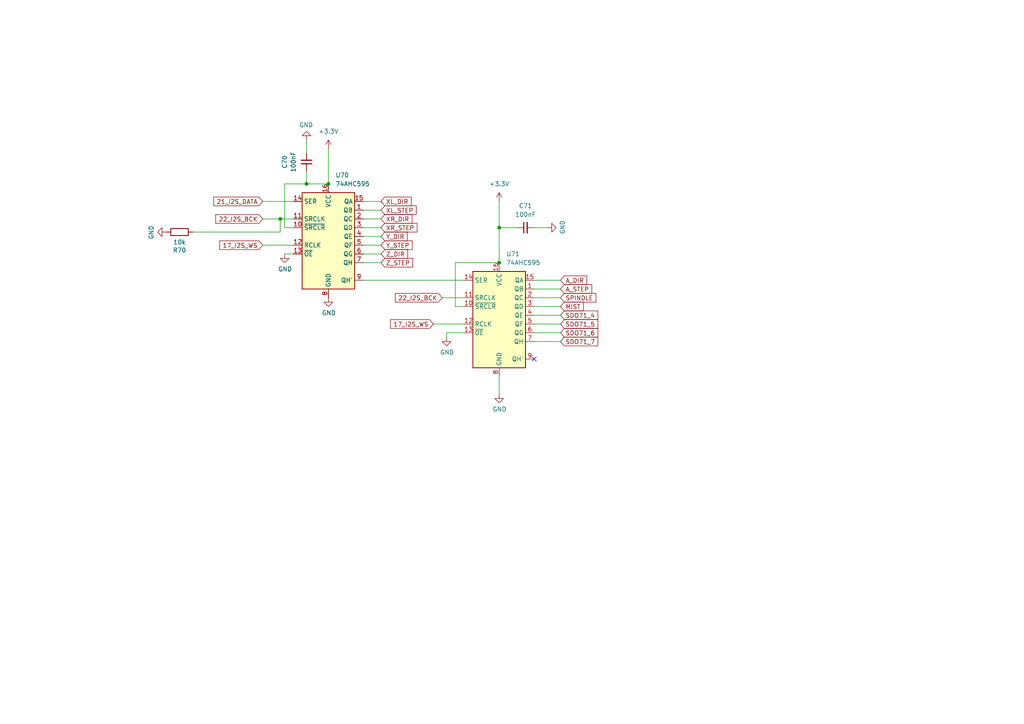
<source format=kicad_sch>
(kicad_sch (version 20211123) (generator eeschema)
  (paper "A4")
  (lib_symbols
    (symbol "74xx:74AHC595"
      (property "Reference" "U" (at -7.62 13.97 0))
      (property "Value" "74AHC595" (at -7.62 -16.51 0))
      (symbol "74AHC595_1_0"
        (pin tri_state line (at 10.16 7.62 180) (length 2.54) (name "QB") (number "1"))
        (pin input line (at -10.16 2.54 0) (length 2.54) (name "~{SRCLR}") (number "10"))
        (pin input line (at -10.16 5.08 0) (length 2.54) (name "SRCLK") (number "11"))
        (pin input line (at -10.16 -2.54 0) (length 2.54) (name "RCLK") (number "12"))
        (pin input line (at -10.16 -5.08 0) (length 2.54) (name "~{OE}") (number "13"))
        (pin input line (at -10.16 10.16 0) (length 2.54) (name "SER") (number "14"))
        (pin tri_state line (at 10.16 10.16 180) (length 2.54) (name "QA") (number "15"))
        (pin power_in line (at 0 15.24 270) (length 2.54) (name "VCC") (number "16"))
        (pin tri_state line (at 10.16 5.08 180) (length 2.54) (name "QC") (number "2"))
        (pin tri_state line (at 10.16 2.54 180) (length 2.54) (name "QD") (number "3"))
        (pin tri_state line (at 10.16 0 180) (length 2.54) (name "QE") (number "4"))
        (pin tri_state line (at 10.16 -2.54 180) (length 2.54) (name "QF") (number "5"))
        (pin tri_state line (at 10.16 -5.08 180) (length 2.54) (name "QG") (number "6"))
        (pin tri_state line (at 10.16 -7.62 180) (length 2.54) (name "QH") (number "7"))
        (pin power_in line (at 0 -17.78 90) (length 2.54) (name "GND") (number "8"))
        (pin output line (at 10.16 -12.7 180) (length 2.54) (name "QH'") (number "9"))
      )
      (symbol "74AHC595_1_1"
        (rectangle (start -7.62 12.7) (end 7.62 -15.24) (stroke (width 0.254)) (fill (type background)))
      )
    )
    (symbol "Device:C_Small" (pin_numbers hide) (pin_names (offset 0.254) hide)
      (property "Reference" "C" (at 0.254 1.778 0))
      (property "Value" "C_Small" (at 0.254 -2.032 0))
      (symbol "C_Small_0_1"
        (polyline (pts (xy -1.524 -0.508) (xy 1.524 -0.508)) (stroke (width 0.3302)))
        (polyline (pts (xy -1.524 0.508) (xy 1.524 0.508)) (stroke (width 0.3048)))
      )
      (symbol "C_Small_1_1"
        (pin passive line (at 0 2.54 270) (length 2.032) (name "~") (number "1"))
        (pin passive line (at 0 -2.54 90) (length 2.032) (name "~") (number "2"))
      )
    )
    (symbol "Device:R" (pin_numbers hide) (pin_names (offset 0))
      (property "Reference" "R" (at 2.032 0 90))
      (property "Value" "R" (at 0 0 90))
      (symbol "R_0_1"
        (rectangle (start -1.016 -2.54) (end 1.016 2.54) (stroke (width 0.254)))
      )
      (symbol "R_1_1"
        (pin passive line (at 0 3.81 270) (length 1.27) (name "~") (number "1"))
        (pin passive line (at 0 -3.81 90) (length 1.27) (name "~") (number "2"))
      )
    )
    (symbol "power:+3.3V" (power) (pin_names (offset 0))
      (property "Value" "+3.3V" (at 0 3.556 0))
      (symbol "+3.3V_0_1"
        (polyline (pts (xy -0.762 1.27) (xy 0 2.54)))
        (polyline (pts (xy 0 0) (xy 0 2.54)))
        (polyline (pts (xy 0 2.54) (xy 0.762 1.27)))
      )
      (symbol "+3.3V_1_1"
        (pin power_in line (at 0 0 90) (length 0) hide (name "+3.3V") (number "1"))
      )
    )
    (symbol "power:GND" (power) (pin_names (offset 0))
      (property "Value" "GND" (at 0 -3.81 0))
      (symbol "GND_0_1"
        (polyline (pts (xy 0 0) (xy 0 -1.27) (xy 1.27 -1.27) (xy 0 -2.54) (xy -1.27 -1.27) (xy 0 -1.27)))
      )
      (symbol "GND_1_1"
        (pin power_in line (at 0 0 270) (length 0) hide (name "GND") (number "1"))
      )
    )
  )
  (junction (at 81.28 63.5))
  (junction (at 144.78 66.04))
  (junction (at 144.78 76.2))
  (junction (at 88.9 53.34))
  (junction (at 95.25 53.34))
  (no_connect (at 154.94 104.14))
  (wire (pts (xy 88.9 53.34) (xy 95.25 53.34)))
  (wire (pts (xy 144.78 58.42) (xy 144.78 66.04)))
  (wire (pts (xy 105.41 68.58) (xy 110.49 68.58)))
  (wire (pts (xy 88.9 44.45) (xy 88.9 40.64)))
  (wire (pts (xy 128.27 86.36) (xy 134.62 86.36)))
  (wire (pts (xy 76.2 71.12) (xy 85.09 71.12)))
  (wire (pts (xy 95.25 43.18) (xy 95.25 53.34)))
  (wire (pts (xy 154.94 81.28) (xy 162.56 81.28)))
  (wire (pts (xy 154.94 93.98) (xy 162.56 93.98)))
  (wire (pts (xy 76.2 58.42) (xy 85.09 58.42)))
  (wire (pts (xy 154.94 96.52) (xy 162.56 96.52)))
  (wire (pts (xy 154.94 91.44) (xy 162.56 91.44)))
  (wire (pts (xy 154.94 83.82) (xy 162.56 83.82)))
  (wire (pts (xy 105.41 66.04) (xy 110.49 66.04)))
  (wire (pts (xy 105.41 60.96) (xy 110.49 60.96)))
  (wire (pts (xy 144.78 66.04) (xy 144.78 76.2)))
  (wire (pts (xy 82.55 73.66) (xy 85.09 73.66)))
  (wire (pts (xy 82.55 53.34) (xy 88.9 53.34)))
  (wire (pts (xy 105.41 71.12) (xy 110.49 71.12)))
  (wire (pts (xy 105.41 81.28) (xy 134.62 81.28)))
  (wire (pts (xy 88.9 49.53) (xy 88.9 53.34)))
  (wire (pts (xy 154.94 88.9) (xy 162.56 88.9)))
  (wire (pts (xy 154.94 86.36) (xy 162.56 86.36)))
  (wire (pts (xy 154.94 99.06) (xy 162.56 99.06)))
  (wire (pts (xy 154.94 66.04) (xy 158.75 66.04)))
  (wire (pts (xy 81.28 63.5) (xy 81.28 67.31)))
  (wire (pts (xy 144.78 66.04) (xy 149.86 66.04)))
  (wire (pts (xy 82.55 66.04) (xy 82.55 53.34)))
  (wire (pts (xy 76.2 63.5) (xy 81.28 63.5)))
  (wire (pts (xy 125.73 93.98) (xy 134.62 93.98)))
  (wire (pts (xy 55.88 67.31) (xy 81.28 67.31)))
  (wire (pts (xy 132.08 88.9) (xy 132.08 76.2)))
  (wire (pts (xy 105.41 76.2) (xy 110.49 76.2)))
  (wire (pts (xy 85.09 66.04) (xy 82.55 66.04)))
  (wire (pts (xy 129.54 96.52) (xy 134.62 96.52)))
  (wire (pts (xy 105.41 58.42) (xy 110.49 58.42)))
  (wire (pts (xy 105.41 73.66) (xy 110.49 73.66)))
  (wire (pts (xy 81.28 63.5) (xy 85.09 63.5)))
  (wire (pts (xy 134.62 88.9) (xy 132.08 88.9)))
  (wire (pts (xy 144.78 109.22) (xy 144.78 114.3)))
  (wire (pts (xy 129.54 97.79) (xy 129.54 96.52)))
  (wire (pts (xy 105.41 63.5) (xy 110.49 63.5)))
  (wire (pts (xy 132.08 76.2) (xy 144.78 76.2)))
  (global_label "XL_DIR" (shape input) (at 110.49 58.42 0) (property "Intersheet References" "${INTERSHEET_REFS}" (effects hide)))
  (global_label "17_I2S_WS" (shape input) (at 76.2 71.12 180) (property "Intersheet References" "${INTERSHEET_REFS}" (effects hide)))
  (global_label "22_I2S_BCK" (shape input) (at 128.27 86.36 180) (property "Intersheet References" "${INTERSHEET_REFS}" (effects hide)))
  (global_label "17_I2S_WS" (shape input) (at 125.73 93.98 180) (property "Intersheet References" "${INTERSHEET_REFS}" (effects hide)))
  (global_label "A_STEP" (shape input) (at 162.56 83.82 0) (property "Intersheet References" "${INTERSHEET_REFS}" (effects hide)))
  (global_label "XR_STEP" (shape input) (at 110.49 66.04 0) (property "Intersheet References" "${INTERSHEET_REFS}" (effects hide)))
  (global_label "A_DIR" (shape input) (at 162.56 81.28 0) (property "Intersheet References" "${INTERSHEET_REFS}" (effects hide)))
  (global_label "MIST" (shape input) (at 162.56 88.9 0) (property "Intersheet References" "${INTERSHEET_REFS}" (effects hide)))
  (global_label "XR_DIR" (shape input) (at 110.49 63.5 0) (property "Intersheet References" "${INTERSHEET_REFS}" (effects hide)))
  (global_label "21_I2S_DATA" (shape input) (at 76.2 58.42 180) (property "Intersheet References" "${INTERSHEET_REFS}" (effects hide)))
  (global_label "SDO71_4" (shape input) (at 162.56 91.44 0) (property "Intersheet References" "${INTERSHEET_REFS}" (effects hide)))
  (global_label "22_I2S_BCK" (shape input) (at 76.2 63.5 180) (property "Intersheet References" "${INTERSHEET_REFS}" (effects hide)))
  (global_label "SDO71_5" (shape input) (at 162.56 93.98 0) (property "Intersheet References" "${INTERSHEET_REFS}" (effects hide)))
  (global_label "SPINDLE" (shape input) (at 162.56 86.36 0) (property "Intersheet References" "${INTERSHEET_REFS}" (effects hide)))
  (global_label "XL_STEP" (shape input) (at 110.49 60.96 0) (property "Intersheet References" "${INTERSHEET_REFS}" (effects hide)))
  (global_label "SDO71_6" (shape input) (at 162.56 96.52 0) (property "Intersheet References" "${INTERSHEET_REFS}" (effects hide)))
  (global_label "Z_STEP" (shape input) (at 110.49 76.2 0) (property "Intersheet References" "${INTERSHEET_REFS}" (effects hide)))
  (global_label "Y_STEP" (shape input) (at 110.49 71.12 0) (property "Intersheet References" "${INTERSHEET_REFS}" (effects hide)))
  (global_label "Y_DIR" (shape input) (at 110.49 68.58 0) (property "Intersheet References" "${INTERSHEET_REFS}" (effects hide)))
  (global_label "SDO71_7" (shape input) (at 162.56 99.06 0) (property "Intersheet References" "${INTERSHEET_REFS}" (effects hide)))
  (global_label "Z_DIR" (shape input) (at 110.49 73.66 0) (property "Intersheet References" "${INTERSHEET_REFS}" (effects hide)))
  (symbol (lib_id "power:GND") (at 95.25 86.36 0) (unit 1)
    (property "Reference" "#PWR0115" (effects hide))
    (property "Value" "GND" (at 95.377 90.7542 0))
  )
  (symbol (lib_id "Device:C_Small") (at 88.9 46.99 180) (unit 1)
    (property "Reference" "C70" (at 82.55 46.9837 90))
    (property "Value" "100nF" (at 85.09 46.9837 90))
    (property "Footprint" "Capacitor_THT:C_Disc_D5.0mm_W2.5mm_P2.50mm" (effects hide))
  )
  (symbol (lib_id "power:GND") (at 144.78 114.3 0) (unit 1)
    (property "Reference" "#PWR0137" (effects hide))
    (property "Value" "GND" (at 144.907 118.6942 0))
  )
  (symbol (lib_id "power:GND") (at 48.26 67.31 270) (unit 1)
    (property "Reference" "#PWR0116" (effects hide))
    (property "Value" "GND" (at 43.8658 67.437 0))
  )
  (symbol (lib_id "power:+3.3V") (at 95.25 43.18 0) (unit 1)
    (property "Reference" "#PWR0118" (effects hide))
    (property "Value" "+3.3V" (at 95.25 38.1 0))
  )
  (symbol (lib_id "Device:C_Small") (at 152.4 66.04 90) (unit 1)
    (property "Reference" "C71" (at 152.4063 59.69 90))
    (property "Value" "100nF" (at 152.4063 62.23 90))
    (property "Footprint" "Capacitor_THT:C_Disc_D5.0mm_W2.5mm_P2.50mm" (effects hide))
  )
  (symbol (lib_id "74xx:74AHC595") (at 144.78 91.44 0) (unit 1)
    (property "Reference" "U71" (at 146.7994 73.66 0) (effects (justify left)))
    (property "Value" "74AHC595" (at 146.7994 76.2 0) (effects (justify left)))
    (property "Footprint" "Package_DIP:DIP-16_W7.62mm_Socket" (effects hide))
    (property "Datasheet" "https://assets.nexperia.com/documents/data-sheet/74AHC_AHCT595.pdf" (effects hide))
  )
  (symbol (lib_id "power:GND") (at 88.9 40.64 180) (unit 1)
    (property "Reference" "#PWR0126" (effects hide))
    (property "Value" "GND" (at 88.773 36.2458 0))
  )
  (symbol (lib_id "power:GND") (at 158.75 66.04 90) (unit 1)
    (property "Reference" "#PWR0127" (effects hide))
    (property "Value" "GND" (at 163.1442 65.913 0))
  )
  (symbol (lib_id "power:GND") (at 82.55 73.66 0) (unit 1)
    (property "Reference" "#PWR0117" (effects hide))
    (property "Value" "GND" (at 82.677 78.0542 0))
  )
  (symbol (lib_id "74xx:74AHC595") (at 95.25 68.58 0) (unit 1)
    (property "Reference" "U70" (at 97.2694 50.8 0) (effects (justify left)))
    (property "Value" "74AHC595" (at 97.2694 53.34 0) (effects (justify left)))
    (property "Footprint" "Package_DIP:DIP-16_W7.62mm_Socket" (effects hide))
    (property "Datasheet" "https://assets.nexperia.com/documents/data-sheet/74AHC_AHCT595.pdf" (effects hide))
  )
  (symbol (lib_id "Device:R") (at 52.07 67.31 90) (unit 1)
    (property "Reference" "R70" (at 52.07 72.5678 90))
    (property "Value" "10k" (at 52.07 70.2564 90))
    (property "Footprint" "Resistor_SMD:R_1210_3225Metric_Pad1.30x2.65mm_HandSolder" (effects hide))
  )
  (symbol (lib_id "power:GND") (at 129.54 97.79 0) (unit 1)
    (property "Reference" "#PWR0129" (effects hide))
    (property "Value" "GND" (at 129.667 102.1842 0))
  )
  (symbol (lib_id "power:+3.3V") (at 144.78 58.42 0) (unit 1)
    (property "Reference" "#PWR0128" (effects hide))
    (property "Value" "+3.3V" (at 144.78 53.34 0))
  )
)
</source>
